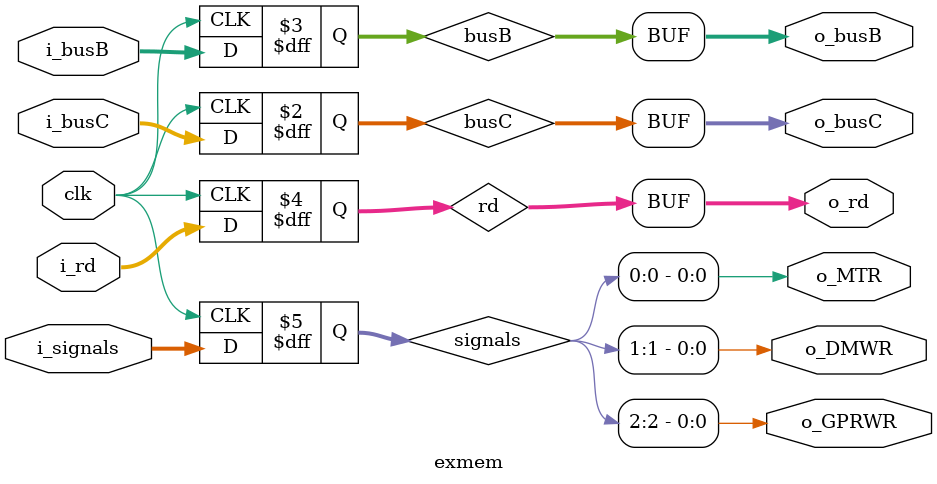
<source format=v>
module exmem(clk, i_busC, i_busB, i_rd, i_signals, o_busC, o_busB, o_rd, o_GPRWR, o_DMWR, o_MTR);
    input   [31:0]  i_busC;
    input   [31:0]  i_busB;
    input   [4:0]   i_rd;
    input   [2:0]   i_signals;
    input           clk;
    output  [31:0]  o_busC;
    output  [31:0]  o_busB;
    output  [4:0]   o_rd;
    output          o_GPRWR, o_DMWR, o_MTR;

    reg     [31:0]  busC;
    reg     [31:0]  busB;
    reg     [4:0]   rd;
    //GPRWrEX, DMWrEX, MTREX
    reg     [2:0]   signals;

    always @(posedge clk) begin
        busC <= i_busC;
        busB <= i_busB;
        rd <= i_rd;
        signals <= i_signals;
    end

    assign  o_busC = busC;
    assign  o_busB = busB;
    assign  o_rd = rd;
    assign  o_GPRWR = signals[2];
    assign  o_DMWR = signals[1];
    assign  o_MTR = signals[0];
endmodule // exmem
</source>
